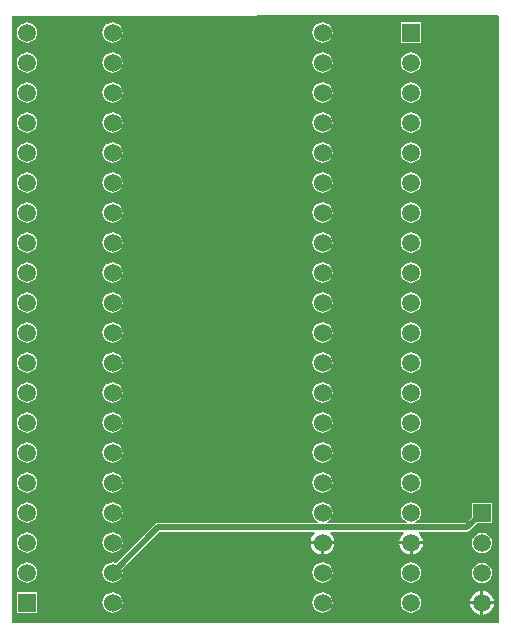
<source format=gbl>
G04*
G04 #@! TF.GenerationSoftware,Altium Limited,Altium Designer,19.1.5 (86)*
G04*
G04 Layer_Physical_Order=2*
G04 Layer_Color=16711680*
%FSLAX25Y25*%
%MOIN*%
G70*
G01*
G75*
%ADD15C,0.02000*%
%ADD17C,0.05906*%
%ADD18R,0.05906X0.05906*%
%ADD19C,0.06000*%
G36*
X353937Y211457D02*
Y9055D01*
X191732D01*
Y211417D01*
X353583Y211810D01*
X353937Y211457D01*
D02*
G37*
%LPC*%
G36*
X328058Y209160D02*
X321352D01*
Y202454D01*
X328058D01*
Y209160D01*
D02*
G37*
G36*
X196752Y209189D02*
X195877Y209073D01*
X195061Y208736D01*
X194361Y208198D01*
X193823Y207498D01*
X193485Y206682D01*
X193370Y205807D01*
X193485Y204932D01*
X193823Y204116D01*
X194361Y203416D01*
X195061Y202878D01*
X195877Y202541D01*
X196752Y202425D01*
X197627Y202541D01*
X198443Y202878D01*
X199143Y203416D01*
X199681Y204116D01*
X200018Y204932D01*
X200134Y205807D01*
X200018Y206682D01*
X199681Y207498D01*
X199143Y208198D01*
X198443Y208736D01*
X197627Y209073D01*
X196752Y209189D01*
D02*
G37*
G36*
X295177Y209236D02*
X294290Y209120D01*
X293462Y208777D01*
X292752Y208232D01*
X292207Y207522D01*
X291865Y206695D01*
X291748Y205807D01*
X291865Y204920D01*
X292207Y204092D01*
X292752Y203382D01*
X293462Y202837D01*
X294290Y202495D01*
X295177Y202378D01*
X296065Y202495D01*
X296892Y202837D01*
X297602Y203382D01*
X298147Y204092D01*
X298490Y204920D01*
X298606Y205807D01*
X298490Y206695D01*
X298147Y207522D01*
X297602Y208232D01*
X296892Y208777D01*
X296065Y209120D01*
X295177Y209236D01*
D02*
G37*
G36*
X225177D02*
X224290Y209120D01*
X223463Y208777D01*
X222752Y208232D01*
X222207Y207522D01*
X221865Y206695D01*
X221748Y205807D01*
X221865Y204920D01*
X222207Y204092D01*
X222752Y203382D01*
X223463Y202837D01*
X224290Y202495D01*
X225177Y202378D01*
X226065Y202495D01*
X226892Y202837D01*
X227602Y203382D01*
X228147Y204092D01*
X228490Y204920D01*
X228607Y205807D01*
X228490Y206695D01*
X228147Y207522D01*
X227602Y208232D01*
X226892Y208777D01*
X226065Y209120D01*
X225177Y209236D01*
D02*
G37*
G36*
X324705Y199189D02*
X323830Y199074D01*
X323014Y198736D01*
X322313Y198198D01*
X321776Y197498D01*
X321438Y196682D01*
X321323Y195807D01*
X321438Y194932D01*
X321776Y194116D01*
X322313Y193416D01*
X323014Y192878D01*
X323830Y192541D01*
X324705Y192425D01*
X325580Y192541D01*
X326396Y192878D01*
X327096Y193416D01*
X327633Y194116D01*
X327971Y194932D01*
X328086Y195807D01*
X327971Y196682D01*
X327633Y197498D01*
X327096Y198198D01*
X326396Y198736D01*
X325580Y199074D01*
X324705Y199189D01*
D02*
G37*
G36*
X196752D02*
X195877Y199074D01*
X195061Y198736D01*
X194361Y198198D01*
X193823Y197498D01*
X193485Y196682D01*
X193370Y195807D01*
X193485Y194932D01*
X193823Y194116D01*
X194361Y193416D01*
X195061Y192878D01*
X195877Y192541D01*
X196752Y192425D01*
X197627Y192541D01*
X198443Y192878D01*
X199143Y193416D01*
X199681Y194116D01*
X200018Y194932D01*
X200134Y195807D01*
X200018Y196682D01*
X199681Y197498D01*
X199143Y198198D01*
X198443Y198736D01*
X197627Y199074D01*
X196752Y199189D01*
D02*
G37*
G36*
X295177Y199236D02*
X294290Y199120D01*
X293462Y198777D01*
X292752Y198232D01*
X292207Y197522D01*
X291865Y196695D01*
X291748Y195807D01*
X291865Y194920D01*
X292207Y194092D01*
X292752Y193382D01*
X293462Y192837D01*
X294290Y192495D01*
X295177Y192378D01*
X296065Y192495D01*
X296892Y192837D01*
X297602Y193382D01*
X298147Y194092D01*
X298490Y194920D01*
X298606Y195807D01*
X298490Y196695D01*
X298147Y197522D01*
X297602Y198232D01*
X296892Y198777D01*
X296065Y199120D01*
X295177Y199236D01*
D02*
G37*
G36*
X225177D02*
X224290Y199120D01*
X223463Y198777D01*
X222752Y198232D01*
X222207Y197522D01*
X221865Y196695D01*
X221748Y195807D01*
X221865Y194920D01*
X222207Y194092D01*
X222752Y193382D01*
X223463Y192837D01*
X224290Y192495D01*
X225177Y192378D01*
X226065Y192495D01*
X226892Y192837D01*
X227602Y193382D01*
X228147Y194092D01*
X228490Y194920D01*
X228607Y195807D01*
X228490Y196695D01*
X228147Y197522D01*
X227602Y198232D01*
X226892Y198777D01*
X226065Y199120D01*
X225177Y199236D01*
D02*
G37*
G36*
X324705Y189189D02*
X323830Y189074D01*
X323014Y188736D01*
X322313Y188198D01*
X321776Y187498D01*
X321438Y186682D01*
X321323Y185807D01*
X321438Y184932D01*
X321776Y184116D01*
X322313Y183416D01*
X323014Y182878D01*
X323830Y182541D01*
X324705Y182425D01*
X325580Y182541D01*
X326396Y182878D01*
X327096Y183416D01*
X327633Y184116D01*
X327971Y184932D01*
X328086Y185807D01*
X327971Y186682D01*
X327633Y187498D01*
X327096Y188198D01*
X326396Y188736D01*
X325580Y189074D01*
X324705Y189189D01*
D02*
G37*
G36*
X196752D02*
X195877Y189074D01*
X195061Y188736D01*
X194361Y188198D01*
X193823Y187498D01*
X193485Y186682D01*
X193370Y185807D01*
X193485Y184932D01*
X193823Y184116D01*
X194361Y183416D01*
X195061Y182878D01*
X195877Y182541D01*
X196752Y182425D01*
X197627Y182541D01*
X198443Y182878D01*
X199143Y183416D01*
X199681Y184116D01*
X200018Y184932D01*
X200134Y185807D01*
X200018Y186682D01*
X199681Y187498D01*
X199143Y188198D01*
X198443Y188736D01*
X197627Y189074D01*
X196752Y189189D01*
D02*
G37*
G36*
X295177Y189236D02*
X294290Y189120D01*
X293462Y188777D01*
X292752Y188232D01*
X292207Y187522D01*
X291865Y186695D01*
X291748Y185807D01*
X291865Y184920D01*
X292207Y184092D01*
X292752Y183382D01*
X293462Y182837D01*
X294290Y182495D01*
X295177Y182378D01*
X296065Y182495D01*
X296892Y182837D01*
X297602Y183382D01*
X298147Y184092D01*
X298490Y184920D01*
X298606Y185807D01*
X298490Y186695D01*
X298147Y187522D01*
X297602Y188232D01*
X296892Y188777D01*
X296065Y189120D01*
X295177Y189236D01*
D02*
G37*
G36*
X225177D02*
X224290Y189120D01*
X223463Y188777D01*
X222752Y188232D01*
X222207Y187522D01*
X221865Y186695D01*
X221748Y185807D01*
X221865Y184920D01*
X222207Y184092D01*
X222752Y183382D01*
X223463Y182837D01*
X224290Y182495D01*
X225177Y182378D01*
X226065Y182495D01*
X226892Y182837D01*
X227602Y183382D01*
X228147Y184092D01*
X228490Y184920D01*
X228607Y185807D01*
X228490Y186695D01*
X228147Y187522D01*
X227602Y188232D01*
X226892Y188777D01*
X226065Y189120D01*
X225177Y189236D01*
D02*
G37*
G36*
X324705Y179189D02*
X323830Y179074D01*
X323014Y178736D01*
X322313Y178198D01*
X321776Y177498D01*
X321438Y176682D01*
X321323Y175807D01*
X321438Y174932D01*
X321776Y174116D01*
X322313Y173416D01*
X323014Y172879D01*
X323830Y172541D01*
X324705Y172425D01*
X325580Y172541D01*
X326396Y172879D01*
X327096Y173416D01*
X327633Y174116D01*
X327971Y174932D01*
X328086Y175807D01*
X327971Y176682D01*
X327633Y177498D01*
X327096Y178198D01*
X326396Y178736D01*
X325580Y179074D01*
X324705Y179189D01*
D02*
G37*
G36*
X196752D02*
X195877Y179074D01*
X195061Y178736D01*
X194361Y178198D01*
X193823Y177498D01*
X193485Y176682D01*
X193370Y175807D01*
X193485Y174932D01*
X193823Y174116D01*
X194361Y173416D01*
X195061Y172879D01*
X195877Y172541D01*
X196752Y172425D01*
X197627Y172541D01*
X198443Y172879D01*
X199143Y173416D01*
X199681Y174116D01*
X200018Y174932D01*
X200134Y175807D01*
X200018Y176682D01*
X199681Y177498D01*
X199143Y178198D01*
X198443Y178736D01*
X197627Y179074D01*
X196752Y179189D01*
D02*
G37*
G36*
X295177Y179236D02*
X294290Y179120D01*
X293462Y178777D01*
X292752Y178232D01*
X292207Y177522D01*
X291865Y176695D01*
X291748Y175807D01*
X291865Y174919D01*
X292207Y174092D01*
X292752Y173382D01*
X293462Y172837D01*
X294290Y172495D01*
X295177Y172378D01*
X296065Y172495D01*
X296892Y172837D01*
X297602Y173382D01*
X298147Y174092D01*
X298490Y174919D01*
X298606Y175807D01*
X298490Y176695D01*
X298147Y177522D01*
X297602Y178232D01*
X296892Y178777D01*
X296065Y179120D01*
X295177Y179236D01*
D02*
G37*
G36*
X225177D02*
X224290Y179120D01*
X223463Y178777D01*
X222752Y178232D01*
X222207Y177522D01*
X221865Y176695D01*
X221748Y175807D01*
X221865Y174919D01*
X222207Y174092D01*
X222752Y173382D01*
X223463Y172837D01*
X224290Y172495D01*
X225177Y172378D01*
X226065Y172495D01*
X226892Y172837D01*
X227602Y173382D01*
X228147Y174092D01*
X228490Y174919D01*
X228607Y175807D01*
X228490Y176695D01*
X228147Y177522D01*
X227602Y178232D01*
X226892Y178777D01*
X226065Y179120D01*
X225177Y179236D01*
D02*
G37*
G36*
X324705Y169189D02*
X323830Y169073D01*
X323014Y168736D01*
X322313Y168198D01*
X321776Y167498D01*
X321438Y166682D01*
X321323Y165807D01*
X321438Y164932D01*
X321776Y164116D01*
X322313Y163416D01*
X323014Y162879D01*
X323830Y162541D01*
X324705Y162425D01*
X325580Y162541D01*
X326396Y162879D01*
X327096Y163416D01*
X327633Y164116D01*
X327971Y164932D01*
X328086Y165807D01*
X327971Y166682D01*
X327633Y167498D01*
X327096Y168198D01*
X326396Y168736D01*
X325580Y169073D01*
X324705Y169189D01*
D02*
G37*
G36*
X196752D02*
X195877Y169073D01*
X195061Y168736D01*
X194361Y168198D01*
X193823Y167498D01*
X193485Y166682D01*
X193370Y165807D01*
X193485Y164932D01*
X193823Y164116D01*
X194361Y163416D01*
X195061Y162879D01*
X195877Y162541D01*
X196752Y162425D01*
X197627Y162541D01*
X198443Y162879D01*
X199143Y163416D01*
X199681Y164116D01*
X200018Y164932D01*
X200134Y165807D01*
X200018Y166682D01*
X199681Y167498D01*
X199143Y168198D01*
X198443Y168736D01*
X197627Y169073D01*
X196752Y169189D01*
D02*
G37*
G36*
X295177Y169236D02*
X294290Y169120D01*
X293462Y168777D01*
X292752Y168232D01*
X292207Y167522D01*
X291865Y166695D01*
X291748Y165807D01*
X291865Y164919D01*
X292207Y164092D01*
X292752Y163382D01*
X293462Y162837D01*
X294290Y162495D01*
X295177Y162378D01*
X296065Y162495D01*
X296892Y162837D01*
X297602Y163382D01*
X298147Y164092D01*
X298490Y164919D01*
X298606Y165807D01*
X298490Y166695D01*
X298147Y167522D01*
X297602Y168232D01*
X296892Y168777D01*
X296065Y169120D01*
X295177Y169236D01*
D02*
G37*
G36*
X225177D02*
X224290Y169120D01*
X223463Y168777D01*
X222752Y168232D01*
X222207Y167522D01*
X221865Y166695D01*
X221748Y165807D01*
X221865Y164919D01*
X222207Y164092D01*
X222752Y163382D01*
X223463Y162837D01*
X224290Y162495D01*
X225177Y162378D01*
X226065Y162495D01*
X226892Y162837D01*
X227602Y163382D01*
X228147Y164092D01*
X228490Y164919D01*
X228607Y165807D01*
X228490Y166695D01*
X228147Y167522D01*
X227602Y168232D01*
X226892Y168777D01*
X226065Y169120D01*
X225177Y169236D01*
D02*
G37*
G36*
X324705Y159189D02*
X323830Y159073D01*
X323014Y158736D01*
X322313Y158198D01*
X321776Y157498D01*
X321438Y156682D01*
X321323Y155807D01*
X321438Y154932D01*
X321776Y154116D01*
X322313Y153416D01*
X323014Y152878D01*
X323830Y152541D01*
X324705Y152425D01*
X325580Y152541D01*
X326396Y152878D01*
X327096Y153416D01*
X327633Y154116D01*
X327971Y154932D01*
X328086Y155807D01*
X327971Y156682D01*
X327633Y157498D01*
X327096Y158198D01*
X326396Y158736D01*
X325580Y159073D01*
X324705Y159189D01*
D02*
G37*
G36*
X196752D02*
X195877Y159073D01*
X195061Y158736D01*
X194361Y158198D01*
X193823Y157498D01*
X193485Y156682D01*
X193370Y155807D01*
X193485Y154932D01*
X193823Y154116D01*
X194361Y153416D01*
X195061Y152878D01*
X195877Y152541D01*
X196752Y152425D01*
X197627Y152541D01*
X198443Y152878D01*
X199143Y153416D01*
X199681Y154116D01*
X200018Y154932D01*
X200134Y155807D01*
X200018Y156682D01*
X199681Y157498D01*
X199143Y158198D01*
X198443Y158736D01*
X197627Y159073D01*
X196752Y159189D01*
D02*
G37*
G36*
X295177Y159236D02*
X294290Y159120D01*
X293462Y158777D01*
X292752Y158232D01*
X292207Y157522D01*
X291865Y156695D01*
X291748Y155807D01*
X291865Y154920D01*
X292207Y154092D01*
X292752Y153382D01*
X293462Y152837D01*
X294290Y152495D01*
X295177Y152378D01*
X296065Y152495D01*
X296892Y152837D01*
X297602Y153382D01*
X298147Y154092D01*
X298490Y154920D01*
X298606Y155807D01*
X298490Y156695D01*
X298147Y157522D01*
X297602Y158232D01*
X296892Y158777D01*
X296065Y159120D01*
X295177Y159236D01*
D02*
G37*
G36*
X225177D02*
X224290Y159120D01*
X223463Y158777D01*
X222752Y158232D01*
X222207Y157522D01*
X221865Y156695D01*
X221748Y155807D01*
X221865Y154920D01*
X222207Y154092D01*
X222752Y153382D01*
X223463Y152837D01*
X224290Y152495D01*
X225177Y152378D01*
X226065Y152495D01*
X226892Y152837D01*
X227602Y153382D01*
X228147Y154092D01*
X228490Y154920D01*
X228607Y155807D01*
X228490Y156695D01*
X228147Y157522D01*
X227602Y158232D01*
X226892Y158777D01*
X226065Y159120D01*
X225177Y159236D01*
D02*
G37*
G36*
X324705Y149189D02*
X323830Y149074D01*
X323014Y148736D01*
X322313Y148198D01*
X321776Y147498D01*
X321438Y146682D01*
X321323Y145807D01*
X321438Y144932D01*
X321776Y144116D01*
X322313Y143416D01*
X323014Y142878D01*
X323830Y142541D01*
X324705Y142425D01*
X325580Y142541D01*
X326396Y142878D01*
X327096Y143416D01*
X327633Y144116D01*
X327971Y144932D01*
X328086Y145807D01*
X327971Y146682D01*
X327633Y147498D01*
X327096Y148198D01*
X326396Y148736D01*
X325580Y149074D01*
X324705Y149189D01*
D02*
G37*
G36*
X196752D02*
X195877Y149074D01*
X195061Y148736D01*
X194361Y148198D01*
X193823Y147498D01*
X193485Y146682D01*
X193370Y145807D01*
X193485Y144932D01*
X193823Y144116D01*
X194361Y143416D01*
X195061Y142878D01*
X195877Y142541D01*
X196752Y142425D01*
X197627Y142541D01*
X198443Y142878D01*
X199143Y143416D01*
X199681Y144116D01*
X200018Y144932D01*
X200134Y145807D01*
X200018Y146682D01*
X199681Y147498D01*
X199143Y148198D01*
X198443Y148736D01*
X197627Y149074D01*
X196752Y149189D01*
D02*
G37*
G36*
X295177Y149236D02*
X294290Y149120D01*
X293462Y148777D01*
X292752Y148232D01*
X292207Y147522D01*
X291865Y146695D01*
X291748Y145807D01*
X291865Y144920D01*
X292207Y144092D01*
X292752Y143382D01*
X293462Y142837D01*
X294290Y142495D01*
X295177Y142378D01*
X296065Y142495D01*
X296892Y142837D01*
X297602Y143382D01*
X298147Y144092D01*
X298490Y144920D01*
X298606Y145807D01*
X298490Y146695D01*
X298147Y147522D01*
X297602Y148232D01*
X296892Y148777D01*
X296065Y149120D01*
X295177Y149236D01*
D02*
G37*
G36*
X225177D02*
X224290Y149120D01*
X223463Y148777D01*
X222752Y148232D01*
X222207Y147522D01*
X221865Y146695D01*
X221748Y145807D01*
X221865Y144920D01*
X222207Y144092D01*
X222752Y143382D01*
X223463Y142837D01*
X224290Y142495D01*
X225177Y142378D01*
X226065Y142495D01*
X226892Y142837D01*
X227602Y143382D01*
X228147Y144092D01*
X228490Y144920D01*
X228607Y145807D01*
X228490Y146695D01*
X228147Y147522D01*
X227602Y148232D01*
X226892Y148777D01*
X226065Y149120D01*
X225177Y149236D01*
D02*
G37*
G36*
X324705Y139189D02*
X323830Y139074D01*
X323014Y138736D01*
X322313Y138198D01*
X321776Y137498D01*
X321438Y136682D01*
X321323Y135807D01*
X321438Y134932D01*
X321776Y134116D01*
X322313Y133416D01*
X323014Y132878D01*
X323830Y132541D01*
X324705Y132425D01*
X325580Y132541D01*
X326396Y132878D01*
X327096Y133416D01*
X327633Y134116D01*
X327971Y134932D01*
X328086Y135807D01*
X327971Y136682D01*
X327633Y137498D01*
X327096Y138198D01*
X326396Y138736D01*
X325580Y139074D01*
X324705Y139189D01*
D02*
G37*
G36*
X196752D02*
X195877Y139074D01*
X195061Y138736D01*
X194361Y138198D01*
X193823Y137498D01*
X193485Y136682D01*
X193370Y135807D01*
X193485Y134932D01*
X193823Y134116D01*
X194361Y133416D01*
X195061Y132878D01*
X195877Y132541D01*
X196752Y132425D01*
X197627Y132541D01*
X198443Y132878D01*
X199143Y133416D01*
X199681Y134116D01*
X200018Y134932D01*
X200134Y135807D01*
X200018Y136682D01*
X199681Y137498D01*
X199143Y138198D01*
X198443Y138736D01*
X197627Y139074D01*
X196752Y139189D01*
D02*
G37*
G36*
X295177Y139236D02*
X294290Y139120D01*
X293462Y138777D01*
X292752Y138232D01*
X292207Y137522D01*
X291865Y136695D01*
X291748Y135807D01*
X291865Y134920D01*
X292207Y134092D01*
X292752Y133382D01*
X293462Y132837D01*
X294290Y132495D01*
X295177Y132378D01*
X296065Y132495D01*
X296892Y132837D01*
X297602Y133382D01*
X298147Y134092D01*
X298490Y134920D01*
X298606Y135807D01*
X298490Y136695D01*
X298147Y137522D01*
X297602Y138232D01*
X296892Y138777D01*
X296065Y139120D01*
X295177Y139236D01*
D02*
G37*
G36*
X225177D02*
X224290Y139120D01*
X223463Y138777D01*
X222752Y138232D01*
X222207Y137522D01*
X221865Y136695D01*
X221748Y135807D01*
X221865Y134920D01*
X222207Y134092D01*
X222752Y133382D01*
X223463Y132837D01*
X224290Y132495D01*
X225177Y132378D01*
X226065Y132495D01*
X226892Y132837D01*
X227602Y133382D01*
X228147Y134092D01*
X228490Y134920D01*
X228607Y135807D01*
X228490Y136695D01*
X228147Y137522D01*
X227602Y138232D01*
X226892Y138777D01*
X226065Y139120D01*
X225177Y139236D01*
D02*
G37*
G36*
X324705Y129189D02*
X323830Y129074D01*
X323014Y128736D01*
X322313Y128198D01*
X321776Y127498D01*
X321438Y126682D01*
X321323Y125807D01*
X321438Y124932D01*
X321776Y124116D01*
X322313Y123416D01*
X323014Y122879D01*
X323830Y122541D01*
X324705Y122425D01*
X325580Y122541D01*
X326396Y122879D01*
X327096Y123416D01*
X327633Y124116D01*
X327971Y124932D01*
X328086Y125807D01*
X327971Y126682D01*
X327633Y127498D01*
X327096Y128198D01*
X326396Y128736D01*
X325580Y129074D01*
X324705Y129189D01*
D02*
G37*
G36*
X196752D02*
X195877Y129074D01*
X195061Y128736D01*
X194361Y128198D01*
X193823Y127498D01*
X193485Y126682D01*
X193370Y125807D01*
X193485Y124932D01*
X193823Y124116D01*
X194361Y123416D01*
X195061Y122879D01*
X195877Y122541D01*
X196752Y122425D01*
X197627Y122541D01*
X198443Y122879D01*
X199143Y123416D01*
X199681Y124116D01*
X200018Y124932D01*
X200134Y125807D01*
X200018Y126682D01*
X199681Y127498D01*
X199143Y128198D01*
X198443Y128736D01*
X197627Y129074D01*
X196752Y129189D01*
D02*
G37*
G36*
X295177Y129236D02*
X294290Y129120D01*
X293462Y128777D01*
X292752Y128232D01*
X292207Y127522D01*
X291865Y126695D01*
X291748Y125807D01*
X291865Y124919D01*
X292207Y124092D01*
X292752Y123382D01*
X293462Y122837D01*
X294290Y122495D01*
X295177Y122378D01*
X296065Y122495D01*
X296892Y122837D01*
X297602Y123382D01*
X298147Y124092D01*
X298490Y124919D01*
X298606Y125807D01*
X298490Y126695D01*
X298147Y127522D01*
X297602Y128232D01*
X296892Y128777D01*
X296065Y129120D01*
X295177Y129236D01*
D02*
G37*
G36*
X225177D02*
X224290Y129120D01*
X223463Y128777D01*
X222752Y128232D01*
X222207Y127522D01*
X221865Y126695D01*
X221748Y125807D01*
X221865Y124919D01*
X222207Y124092D01*
X222752Y123382D01*
X223463Y122837D01*
X224290Y122495D01*
X225177Y122378D01*
X226065Y122495D01*
X226892Y122837D01*
X227602Y123382D01*
X228147Y124092D01*
X228490Y124919D01*
X228607Y125807D01*
X228490Y126695D01*
X228147Y127522D01*
X227602Y128232D01*
X226892Y128777D01*
X226065Y129120D01*
X225177Y129236D01*
D02*
G37*
G36*
X324705Y119189D02*
X323830Y119073D01*
X323014Y118736D01*
X322313Y118198D01*
X321776Y117498D01*
X321438Y116682D01*
X321323Y115807D01*
X321438Y114932D01*
X321776Y114116D01*
X322313Y113416D01*
X323014Y112879D01*
X323830Y112541D01*
X324705Y112425D01*
X325580Y112541D01*
X326396Y112879D01*
X327096Y113416D01*
X327633Y114116D01*
X327971Y114932D01*
X328086Y115807D01*
X327971Y116682D01*
X327633Y117498D01*
X327096Y118198D01*
X326396Y118736D01*
X325580Y119073D01*
X324705Y119189D01*
D02*
G37*
G36*
X196752D02*
X195877Y119073D01*
X195061Y118736D01*
X194361Y118198D01*
X193823Y117498D01*
X193485Y116682D01*
X193370Y115807D01*
X193485Y114932D01*
X193823Y114116D01*
X194361Y113416D01*
X195061Y112879D01*
X195877Y112541D01*
X196752Y112425D01*
X197627Y112541D01*
X198443Y112879D01*
X199143Y113416D01*
X199681Y114116D01*
X200018Y114932D01*
X200134Y115807D01*
X200018Y116682D01*
X199681Y117498D01*
X199143Y118198D01*
X198443Y118736D01*
X197627Y119073D01*
X196752Y119189D01*
D02*
G37*
G36*
X295177Y119236D02*
X294290Y119120D01*
X293462Y118777D01*
X292752Y118232D01*
X292207Y117522D01*
X291865Y116695D01*
X291748Y115807D01*
X291865Y114919D01*
X292207Y114092D01*
X292752Y113382D01*
X293462Y112837D01*
X294290Y112495D01*
X295177Y112378D01*
X296065Y112495D01*
X296892Y112837D01*
X297602Y113382D01*
X298147Y114092D01*
X298490Y114919D01*
X298606Y115807D01*
X298490Y116695D01*
X298147Y117522D01*
X297602Y118232D01*
X296892Y118777D01*
X296065Y119120D01*
X295177Y119236D01*
D02*
G37*
G36*
X225177D02*
X224290Y119120D01*
X223463Y118777D01*
X222752Y118232D01*
X222207Y117522D01*
X221865Y116695D01*
X221748Y115807D01*
X221865Y114919D01*
X222207Y114092D01*
X222752Y113382D01*
X223463Y112837D01*
X224290Y112495D01*
X225177Y112378D01*
X226065Y112495D01*
X226892Y112837D01*
X227602Y113382D01*
X228147Y114092D01*
X228490Y114919D01*
X228607Y115807D01*
X228490Y116695D01*
X228147Y117522D01*
X227602Y118232D01*
X226892Y118777D01*
X226065Y119120D01*
X225177Y119236D01*
D02*
G37*
G36*
X324705Y109189D02*
X323830Y109073D01*
X323014Y108736D01*
X322313Y108198D01*
X321776Y107498D01*
X321438Y106682D01*
X321323Y105807D01*
X321438Y104932D01*
X321776Y104116D01*
X322313Y103416D01*
X323014Y102878D01*
X323830Y102541D01*
X324705Y102425D01*
X325580Y102541D01*
X326396Y102878D01*
X327096Y103416D01*
X327633Y104116D01*
X327971Y104932D01*
X328086Y105807D01*
X327971Y106682D01*
X327633Y107498D01*
X327096Y108198D01*
X326396Y108736D01*
X325580Y109073D01*
X324705Y109189D01*
D02*
G37*
G36*
X196752D02*
X195877Y109073D01*
X195061Y108736D01*
X194361Y108198D01*
X193823Y107498D01*
X193485Y106682D01*
X193370Y105807D01*
X193485Y104932D01*
X193823Y104116D01*
X194361Y103416D01*
X195061Y102878D01*
X195877Y102541D01*
X196752Y102425D01*
X197627Y102541D01*
X198443Y102878D01*
X199143Y103416D01*
X199681Y104116D01*
X200018Y104932D01*
X200134Y105807D01*
X200018Y106682D01*
X199681Y107498D01*
X199143Y108198D01*
X198443Y108736D01*
X197627Y109073D01*
X196752Y109189D01*
D02*
G37*
G36*
X295177Y109236D02*
X294290Y109120D01*
X293462Y108777D01*
X292752Y108232D01*
X292207Y107522D01*
X291865Y106695D01*
X291748Y105807D01*
X291865Y104920D01*
X292207Y104092D01*
X292752Y103382D01*
X293462Y102837D01*
X294290Y102495D01*
X295177Y102378D01*
X296065Y102495D01*
X296892Y102837D01*
X297602Y103382D01*
X298147Y104092D01*
X298490Y104920D01*
X298606Y105807D01*
X298490Y106695D01*
X298147Y107522D01*
X297602Y108232D01*
X296892Y108777D01*
X296065Y109120D01*
X295177Y109236D01*
D02*
G37*
G36*
X225177D02*
X224290Y109120D01*
X223463Y108777D01*
X222752Y108232D01*
X222207Y107522D01*
X221865Y106695D01*
X221748Y105807D01*
X221865Y104920D01*
X222207Y104092D01*
X222752Y103382D01*
X223463Y102837D01*
X224290Y102495D01*
X225177Y102378D01*
X226065Y102495D01*
X226892Y102837D01*
X227602Y103382D01*
X228147Y104092D01*
X228490Y104920D01*
X228607Y105807D01*
X228490Y106695D01*
X228147Y107522D01*
X227602Y108232D01*
X226892Y108777D01*
X226065Y109120D01*
X225177Y109236D01*
D02*
G37*
G36*
X324705Y99189D02*
X323830Y99073D01*
X323014Y98736D01*
X322313Y98198D01*
X321776Y97498D01*
X321438Y96682D01*
X321323Y95807D01*
X321438Y94932D01*
X321776Y94116D01*
X322313Y93416D01*
X323014Y92879D01*
X323830Y92541D01*
X324705Y92425D01*
X325580Y92541D01*
X326396Y92879D01*
X327096Y93416D01*
X327633Y94116D01*
X327971Y94932D01*
X328086Y95807D01*
X327971Y96682D01*
X327633Y97498D01*
X327096Y98198D01*
X326396Y98736D01*
X325580Y99073D01*
X324705Y99189D01*
D02*
G37*
G36*
X196752D02*
X195877Y99073D01*
X195061Y98736D01*
X194361Y98198D01*
X193823Y97498D01*
X193485Y96682D01*
X193370Y95807D01*
X193485Y94932D01*
X193823Y94116D01*
X194361Y93416D01*
X195061Y92879D01*
X195877Y92541D01*
X196752Y92425D01*
X197627Y92541D01*
X198443Y92879D01*
X199143Y93416D01*
X199681Y94116D01*
X200018Y94932D01*
X200134Y95807D01*
X200018Y96682D01*
X199681Y97498D01*
X199143Y98198D01*
X198443Y98736D01*
X197627Y99073D01*
X196752Y99189D01*
D02*
G37*
G36*
X295177Y99236D02*
X294290Y99120D01*
X293462Y98777D01*
X292752Y98232D01*
X292207Y97522D01*
X291865Y96695D01*
X291748Y95807D01*
X291865Y94920D01*
X292207Y94092D01*
X292752Y93382D01*
X293462Y92837D01*
X294290Y92495D01*
X295177Y92378D01*
X296065Y92495D01*
X296892Y92837D01*
X297602Y93382D01*
X298147Y94092D01*
X298490Y94920D01*
X298606Y95807D01*
X298490Y96695D01*
X298147Y97522D01*
X297602Y98232D01*
X296892Y98777D01*
X296065Y99120D01*
X295177Y99236D01*
D02*
G37*
G36*
X225177D02*
X224290Y99120D01*
X223463Y98777D01*
X222752Y98232D01*
X222207Y97522D01*
X221865Y96695D01*
X221748Y95807D01*
X221865Y94920D01*
X222207Y94092D01*
X222752Y93382D01*
X223463Y92837D01*
X224290Y92495D01*
X225177Y92378D01*
X226065Y92495D01*
X226892Y92837D01*
X227602Y93382D01*
X228147Y94092D01*
X228490Y94920D01*
X228607Y95807D01*
X228490Y96695D01*
X228147Y97522D01*
X227602Y98232D01*
X226892Y98777D01*
X226065Y99120D01*
X225177Y99236D01*
D02*
G37*
G36*
X324705Y89189D02*
X323830Y89073D01*
X323014Y88736D01*
X322313Y88198D01*
X321776Y87498D01*
X321438Y86682D01*
X321323Y85807D01*
X321438Y84932D01*
X321776Y84116D01*
X322313Y83416D01*
X323014Y82879D01*
X323830Y82541D01*
X324705Y82425D01*
X325580Y82541D01*
X326396Y82879D01*
X327096Y83416D01*
X327633Y84116D01*
X327971Y84932D01*
X328086Y85807D01*
X327971Y86682D01*
X327633Y87498D01*
X327096Y88198D01*
X326396Y88736D01*
X325580Y89073D01*
X324705Y89189D01*
D02*
G37*
G36*
X196752D02*
X195877Y89073D01*
X195061Y88736D01*
X194361Y88198D01*
X193823Y87498D01*
X193485Y86682D01*
X193370Y85807D01*
X193485Y84932D01*
X193823Y84116D01*
X194361Y83416D01*
X195061Y82879D01*
X195877Y82541D01*
X196752Y82425D01*
X197627Y82541D01*
X198443Y82879D01*
X199143Y83416D01*
X199681Y84116D01*
X200018Y84932D01*
X200134Y85807D01*
X200018Y86682D01*
X199681Y87498D01*
X199143Y88198D01*
X198443Y88736D01*
X197627Y89073D01*
X196752Y89189D01*
D02*
G37*
G36*
X295177Y89236D02*
X294290Y89120D01*
X293462Y88777D01*
X292752Y88232D01*
X292207Y87522D01*
X291865Y86695D01*
X291748Y85807D01*
X291865Y84920D01*
X292207Y84092D01*
X292752Y83382D01*
X293462Y82837D01*
X294290Y82495D01*
X295177Y82378D01*
X296065Y82495D01*
X296892Y82837D01*
X297602Y83382D01*
X298147Y84092D01*
X298490Y84920D01*
X298606Y85807D01*
X298490Y86695D01*
X298147Y87522D01*
X297602Y88232D01*
X296892Y88777D01*
X296065Y89120D01*
X295177Y89236D01*
D02*
G37*
G36*
X225177D02*
X224290Y89120D01*
X223463Y88777D01*
X222752Y88232D01*
X222207Y87522D01*
X221865Y86695D01*
X221748Y85807D01*
X221865Y84920D01*
X222207Y84092D01*
X222752Y83382D01*
X223463Y82837D01*
X224290Y82495D01*
X225177Y82378D01*
X226065Y82495D01*
X226892Y82837D01*
X227602Y83382D01*
X228147Y84092D01*
X228490Y84920D01*
X228607Y85807D01*
X228490Y86695D01*
X228147Y87522D01*
X227602Y88232D01*
X226892Y88777D01*
X226065Y89120D01*
X225177Y89236D01*
D02*
G37*
G36*
X324705Y79189D02*
X323830Y79074D01*
X323014Y78736D01*
X322313Y78198D01*
X321776Y77498D01*
X321438Y76682D01*
X321323Y75807D01*
X321438Y74932D01*
X321776Y74116D01*
X322313Y73416D01*
X323014Y72878D01*
X323830Y72541D01*
X324705Y72425D01*
X325580Y72541D01*
X326396Y72878D01*
X327096Y73416D01*
X327633Y74116D01*
X327971Y74932D01*
X328086Y75807D01*
X327971Y76682D01*
X327633Y77498D01*
X327096Y78198D01*
X326396Y78736D01*
X325580Y79074D01*
X324705Y79189D01*
D02*
G37*
G36*
X196752D02*
X195877Y79074D01*
X195061Y78736D01*
X194361Y78198D01*
X193823Y77498D01*
X193485Y76682D01*
X193370Y75807D01*
X193485Y74932D01*
X193823Y74116D01*
X194361Y73416D01*
X195061Y72878D01*
X195877Y72541D01*
X196752Y72425D01*
X197627Y72541D01*
X198443Y72878D01*
X199143Y73416D01*
X199681Y74116D01*
X200018Y74932D01*
X200134Y75807D01*
X200018Y76682D01*
X199681Y77498D01*
X199143Y78198D01*
X198443Y78736D01*
X197627Y79074D01*
X196752Y79189D01*
D02*
G37*
G36*
X295177Y79236D02*
X294290Y79120D01*
X293462Y78777D01*
X292752Y78232D01*
X292207Y77522D01*
X291865Y76695D01*
X291748Y75807D01*
X291865Y74919D01*
X292207Y74092D01*
X292752Y73382D01*
X293462Y72837D01*
X294290Y72495D01*
X295177Y72378D01*
X296065Y72495D01*
X296892Y72837D01*
X297602Y73382D01*
X298147Y74092D01*
X298490Y74919D01*
X298606Y75807D01*
X298490Y76695D01*
X298147Y77522D01*
X297602Y78232D01*
X296892Y78777D01*
X296065Y79120D01*
X295177Y79236D01*
D02*
G37*
G36*
X225177D02*
X224290Y79120D01*
X223463Y78777D01*
X222752Y78232D01*
X222207Y77522D01*
X221865Y76695D01*
X221748Y75807D01*
X221865Y74919D01*
X222207Y74092D01*
X222752Y73382D01*
X223463Y72837D01*
X224290Y72495D01*
X225177Y72378D01*
X226065Y72495D01*
X226892Y72837D01*
X227602Y73382D01*
X228147Y74092D01*
X228490Y74919D01*
X228607Y75807D01*
X228490Y76695D01*
X228147Y77522D01*
X227602Y78232D01*
X226892Y78777D01*
X226065Y79120D01*
X225177Y79236D01*
D02*
G37*
G36*
X324705Y69189D02*
X323830Y69073D01*
X323014Y68736D01*
X322313Y68198D01*
X321776Y67498D01*
X321438Y66682D01*
X321323Y65807D01*
X321438Y64932D01*
X321776Y64116D01*
X322313Y63416D01*
X323014Y62879D01*
X323830Y62541D01*
X324705Y62425D01*
X325580Y62541D01*
X326396Y62879D01*
X327096Y63416D01*
X327633Y64116D01*
X327971Y64932D01*
X328086Y65807D01*
X327971Y66682D01*
X327633Y67498D01*
X327096Y68198D01*
X326396Y68736D01*
X325580Y69073D01*
X324705Y69189D01*
D02*
G37*
G36*
X196752D02*
X195877Y69073D01*
X195061Y68736D01*
X194361Y68198D01*
X193823Y67498D01*
X193485Y66682D01*
X193370Y65807D01*
X193485Y64932D01*
X193823Y64116D01*
X194361Y63416D01*
X195061Y62879D01*
X195877Y62541D01*
X196752Y62425D01*
X197627Y62541D01*
X198443Y62879D01*
X199143Y63416D01*
X199681Y64116D01*
X200018Y64932D01*
X200134Y65807D01*
X200018Y66682D01*
X199681Y67498D01*
X199143Y68198D01*
X198443Y68736D01*
X197627Y69073D01*
X196752Y69189D01*
D02*
G37*
G36*
X295177Y69236D02*
X294290Y69120D01*
X293462Y68777D01*
X292752Y68232D01*
X292207Y67522D01*
X291865Y66695D01*
X291748Y65807D01*
X291865Y64920D01*
X292207Y64092D01*
X292752Y63382D01*
X293462Y62837D01*
X294290Y62495D01*
X295177Y62378D01*
X296065Y62495D01*
X296892Y62837D01*
X297602Y63382D01*
X298147Y64092D01*
X298490Y64920D01*
X298606Y65807D01*
X298490Y66695D01*
X298147Y67522D01*
X297602Y68232D01*
X296892Y68777D01*
X296065Y69120D01*
X295177Y69236D01*
D02*
G37*
G36*
X225177D02*
X224290Y69120D01*
X223463Y68777D01*
X222752Y68232D01*
X222207Y67522D01*
X221865Y66695D01*
X221748Y65807D01*
X221865Y64920D01*
X222207Y64092D01*
X222752Y63382D01*
X223463Y62837D01*
X224290Y62495D01*
X225177Y62378D01*
X226065Y62495D01*
X226892Y62837D01*
X227602Y63382D01*
X228147Y64092D01*
X228490Y64920D01*
X228607Y65807D01*
X228490Y66695D01*
X228147Y67522D01*
X227602Y68232D01*
X226892Y68777D01*
X226065Y69120D01*
X225177Y69236D01*
D02*
G37*
G36*
X324705Y59189D02*
X323830Y59074D01*
X323014Y58736D01*
X322313Y58198D01*
X321776Y57498D01*
X321438Y56682D01*
X321323Y55807D01*
X321438Y54932D01*
X321776Y54116D01*
X322313Y53416D01*
X323014Y52878D01*
X323830Y52541D01*
X324705Y52425D01*
X325580Y52541D01*
X326396Y52878D01*
X327096Y53416D01*
X327633Y54116D01*
X327971Y54932D01*
X328086Y55807D01*
X327971Y56682D01*
X327633Y57498D01*
X327096Y58198D01*
X326396Y58736D01*
X325580Y59074D01*
X324705Y59189D01*
D02*
G37*
G36*
X196752D02*
X195877Y59074D01*
X195061Y58736D01*
X194361Y58198D01*
X193823Y57498D01*
X193485Y56682D01*
X193370Y55807D01*
X193485Y54932D01*
X193823Y54116D01*
X194361Y53416D01*
X195061Y52878D01*
X195877Y52541D01*
X196752Y52425D01*
X197627Y52541D01*
X198443Y52878D01*
X199143Y53416D01*
X199681Y54116D01*
X200018Y54932D01*
X200134Y55807D01*
X200018Y56682D01*
X199681Y57498D01*
X199143Y58198D01*
X198443Y58736D01*
X197627Y59074D01*
X196752Y59189D01*
D02*
G37*
G36*
X295177Y59236D02*
X294290Y59120D01*
X293462Y58777D01*
X292752Y58232D01*
X292207Y57522D01*
X291865Y56695D01*
X291748Y55807D01*
X291865Y54919D01*
X292207Y54092D01*
X292752Y53382D01*
X293462Y52837D01*
X294290Y52495D01*
X295177Y52378D01*
X296065Y52495D01*
X296892Y52837D01*
X297602Y53382D01*
X298147Y54092D01*
X298490Y54919D01*
X298606Y55807D01*
X298490Y56695D01*
X298147Y57522D01*
X297602Y58232D01*
X296892Y58777D01*
X296065Y59120D01*
X295177Y59236D01*
D02*
G37*
G36*
X225177D02*
X224290Y59120D01*
X223463Y58777D01*
X222752Y58232D01*
X222207Y57522D01*
X221865Y56695D01*
X221748Y55807D01*
X221865Y54919D01*
X222207Y54092D01*
X222752Y53382D01*
X223463Y52837D01*
X224290Y52495D01*
X225177Y52378D01*
X226065Y52495D01*
X226892Y52837D01*
X227602Y53382D01*
X228147Y54092D01*
X228490Y54919D01*
X228607Y55807D01*
X228490Y56695D01*
X228147Y57522D01*
X227602Y58232D01*
X226892Y58777D01*
X226065Y59120D01*
X225177Y59236D01*
D02*
G37*
G36*
X196752Y49189D02*
X195877Y49073D01*
X195061Y48736D01*
X194361Y48198D01*
X193823Y47498D01*
X193485Y46682D01*
X193370Y45807D01*
X193485Y44932D01*
X193823Y44116D01*
X194361Y43416D01*
X195061Y42878D01*
X195877Y42541D01*
X196752Y42425D01*
X197627Y42541D01*
X198443Y42878D01*
X199143Y43416D01*
X199681Y44116D01*
X200018Y44932D01*
X200134Y45807D01*
X200018Y46682D01*
X199681Y47498D01*
X199143Y48198D01*
X198443Y48736D01*
X197627Y49073D01*
X196752Y49189D01*
D02*
G37*
G36*
X225177Y49236D02*
X224290Y49120D01*
X223463Y48777D01*
X222752Y48232D01*
X222207Y47522D01*
X221865Y46695D01*
X221748Y45807D01*
X221865Y44919D01*
X222207Y44092D01*
X222752Y43382D01*
X223463Y42837D01*
X224290Y42495D01*
X225177Y42378D01*
X226065Y42495D01*
X226892Y42837D01*
X227602Y43382D01*
X228147Y44092D01*
X228490Y44919D01*
X228607Y45807D01*
X228490Y46695D01*
X228147Y47522D01*
X227602Y48232D01*
X226892Y48777D01*
X226065Y49120D01*
X225177Y49236D01*
D02*
G37*
G36*
X295177D02*
X294290Y49120D01*
X293462Y48777D01*
X292752Y48232D01*
X292207Y47522D01*
X291865Y46695D01*
X291748Y45807D01*
X291865Y44919D01*
X292207Y44092D01*
X292752Y43382D01*
X293462Y42837D01*
X293615Y42774D01*
X293516Y42274D01*
X240217D01*
X240216Y42274D01*
X239670Y42165D01*
X239207Y41856D01*
X239207Y41856D01*
X226352Y29001D01*
X226065Y29120D01*
X225177Y29236D01*
X224290Y29120D01*
X223463Y28777D01*
X222752Y28232D01*
X222207Y27522D01*
X221865Y26695D01*
X221748Y25807D01*
X221865Y24919D01*
X222207Y24092D01*
X222752Y23382D01*
X223463Y22837D01*
X224290Y22495D01*
X225177Y22378D01*
X226065Y22495D01*
X226892Y22837D01*
X227602Y23382D01*
X228147Y24092D01*
X228490Y24919D01*
X228607Y25807D01*
X228490Y26695D01*
X228371Y26982D01*
X240808Y39419D01*
X292492D01*
X292662Y38919D01*
X292324Y38660D01*
X291683Y37824D01*
X291280Y36851D01*
X291209Y36307D01*
X299146D01*
X299074Y36851D01*
X298671Y37824D01*
X298030Y38660D01*
X297692Y38919D01*
X297862Y39419D01*
X322097D01*
X322267Y38919D01*
X321886Y38626D01*
X321252Y37800D01*
X320854Y36839D01*
X320784Y36307D01*
X324705D01*
X328626D01*
X328556Y36839D01*
X328157Y37800D01*
X327524Y38626D01*
X327142Y38919D01*
X327312Y39419D01*
X343445D01*
X343445Y39419D01*
X343991Y39528D01*
X344454Y39837D01*
X346993Y42376D01*
X351679D01*
Y49081D01*
X344974D01*
Y44394D01*
X342854Y42274D01*
X326242D01*
X326143Y42774D01*
X326396Y42878D01*
X327096Y43416D01*
X327633Y44116D01*
X327971Y44932D01*
X328086Y45807D01*
X327971Y46682D01*
X327633Y47498D01*
X327096Y48198D01*
X326396Y48736D01*
X325580Y49073D01*
X324705Y49189D01*
X323830Y49073D01*
X323014Y48736D01*
X322313Y48198D01*
X321776Y47498D01*
X321438Y46682D01*
X321323Y45807D01*
X321438Y44932D01*
X321776Y44116D01*
X322313Y43416D01*
X323014Y42878D01*
X323266Y42774D01*
X323167Y42274D01*
X296838D01*
X296739Y42774D01*
X296892Y42837D01*
X297602Y43382D01*
X298147Y44092D01*
X298490Y44919D01*
X298606Y45807D01*
X298490Y46695D01*
X298147Y47522D01*
X297602Y48232D01*
X296892Y48777D01*
X296065Y49120D01*
X295177Y49236D01*
D02*
G37*
G36*
X196752Y39189D02*
X195877Y39074D01*
X195061Y38736D01*
X194361Y38198D01*
X193823Y37498D01*
X193485Y36682D01*
X193370Y35807D01*
X193485Y34932D01*
X193823Y34116D01*
X194361Y33416D01*
X195061Y32879D01*
X195877Y32541D01*
X196752Y32425D01*
X197627Y32541D01*
X198443Y32879D01*
X199143Y33416D01*
X199681Y34116D01*
X200018Y34932D01*
X200134Y35807D01*
X200018Y36682D01*
X199681Y37498D01*
X199143Y38198D01*
X198443Y38736D01*
X197627Y39074D01*
X196752Y39189D01*
D02*
G37*
G36*
X225177Y39236D02*
X224290Y39120D01*
X223463Y38777D01*
X222752Y38232D01*
X222207Y37522D01*
X221865Y36695D01*
X221748Y35807D01*
X221865Y34920D01*
X222207Y34092D01*
X222752Y33382D01*
X223463Y32837D01*
X224290Y32495D01*
X225177Y32378D01*
X226065Y32495D01*
X226892Y32837D01*
X227602Y33382D01*
X228147Y34092D01*
X228490Y34920D01*
X228607Y35807D01*
X228490Y36695D01*
X228147Y37522D01*
X227602Y38232D01*
X226892Y38777D01*
X226065Y39120D01*
X225177Y39236D01*
D02*
G37*
G36*
X348327Y39110D02*
X347451Y38995D01*
X346636Y38657D01*
X345936Y38120D01*
X345398Y37419D01*
X345060Y36604D01*
X344945Y35728D01*
X345060Y34853D01*
X345398Y34038D01*
X345936Y33337D01*
X346636Y32800D01*
X347451Y32462D01*
X348327Y32347D01*
X349202Y32462D01*
X350018Y32800D01*
X350718Y33337D01*
X351255Y34038D01*
X351593Y34853D01*
X351708Y35728D01*
X351593Y36604D01*
X351255Y37419D01*
X350718Y38120D01*
X350018Y38657D01*
X349202Y38995D01*
X348327Y39110D01*
D02*
G37*
G36*
X324205Y35307D02*
X320784D01*
X320854Y34775D01*
X321252Y33814D01*
X321886Y32988D01*
X322711Y32354D01*
X323673Y31956D01*
X324205Y31886D01*
Y35307D01*
D02*
G37*
G36*
X328626D02*
X325205D01*
Y31886D01*
X325737Y31956D01*
X326698Y32354D01*
X327524Y32988D01*
X328157Y33814D01*
X328556Y34775D01*
X328626Y35307D01*
D02*
G37*
G36*
X299146Y35307D02*
X295677D01*
Y31838D01*
X296221Y31910D01*
X297194Y32313D01*
X298030Y32954D01*
X298671Y33790D01*
X299074Y34763D01*
X299146Y35307D01*
D02*
G37*
G36*
X294677D02*
X291209D01*
X291280Y34763D01*
X291683Y33790D01*
X292324Y32954D01*
X293160Y32313D01*
X294133Y31910D01*
X294677Y31838D01*
Y35307D01*
D02*
G37*
G36*
X324705Y29189D02*
X323830Y29074D01*
X323014Y28736D01*
X322313Y28198D01*
X321776Y27498D01*
X321438Y26682D01*
X321323Y25807D01*
X321438Y24932D01*
X321776Y24116D01*
X322313Y23416D01*
X323014Y22878D01*
X323830Y22541D01*
X324705Y22425D01*
X325580Y22541D01*
X326396Y22878D01*
X327096Y23416D01*
X327633Y24116D01*
X327971Y24932D01*
X328086Y25807D01*
X327971Y26682D01*
X327633Y27498D01*
X327096Y28198D01*
X326396Y28736D01*
X325580Y29074D01*
X324705Y29189D01*
D02*
G37*
G36*
X196752D02*
X195877Y29074D01*
X195061Y28736D01*
X194361Y28198D01*
X193823Y27498D01*
X193485Y26682D01*
X193370Y25807D01*
X193485Y24932D01*
X193823Y24116D01*
X194361Y23416D01*
X195061Y22878D01*
X195877Y22541D01*
X196752Y22425D01*
X197627Y22541D01*
X198443Y22878D01*
X199143Y23416D01*
X199681Y24116D01*
X200018Y24932D01*
X200134Y25807D01*
X200018Y26682D01*
X199681Y27498D01*
X199143Y28198D01*
X198443Y28736D01*
X197627Y29074D01*
X196752Y29189D01*
D02*
G37*
G36*
X295177Y29236D02*
X294290Y29120D01*
X293462Y28777D01*
X292752Y28232D01*
X292207Y27522D01*
X291865Y26695D01*
X291748Y25807D01*
X291865Y24919D01*
X292207Y24092D01*
X292752Y23382D01*
X293462Y22837D01*
X294290Y22495D01*
X295177Y22378D01*
X296065Y22495D01*
X296892Y22837D01*
X297602Y23382D01*
X298147Y24092D01*
X298490Y24919D01*
X298606Y25807D01*
X298490Y26695D01*
X298147Y27522D01*
X297602Y28232D01*
X296892Y28777D01*
X296065Y29120D01*
X295177Y29236D01*
D02*
G37*
G36*
X348327Y29110D02*
X347451Y28995D01*
X346636Y28657D01*
X345936Y28120D01*
X345398Y27419D01*
X345060Y26604D01*
X344945Y25728D01*
X345060Y24853D01*
X345398Y24037D01*
X345936Y23337D01*
X346636Y22800D01*
X347451Y22462D01*
X348327Y22347D01*
X349202Y22462D01*
X350018Y22800D01*
X350718Y23337D01*
X351255Y24037D01*
X351593Y24853D01*
X351708Y25728D01*
X351593Y26604D01*
X351255Y27419D01*
X350718Y28120D01*
X350018Y28657D01*
X349202Y28995D01*
X348327Y29110D01*
D02*
G37*
G36*
X348827Y19649D02*
Y16228D01*
X352248D01*
X352178Y16760D01*
X351780Y17722D01*
X351146Y18548D01*
X350320Y19181D01*
X349359Y19579D01*
X348827Y19649D01*
D02*
G37*
G36*
X347827D02*
X347295Y19579D01*
X346333Y19181D01*
X345508Y18548D01*
X344874Y17722D01*
X344476Y16760D01*
X344406Y16228D01*
X347827D01*
Y19649D01*
D02*
G37*
G36*
X200105Y19160D02*
X193399D01*
Y12454D01*
X200105D01*
Y19160D01*
D02*
G37*
G36*
X324705Y19189D02*
X323830Y19073D01*
X323014Y18736D01*
X322313Y18198D01*
X321776Y17498D01*
X321438Y16682D01*
X321323Y15807D01*
X321438Y14932D01*
X321776Y14116D01*
X322313Y13416D01*
X323014Y12878D01*
X323830Y12541D01*
X324705Y12425D01*
X325580Y12541D01*
X326396Y12878D01*
X327096Y13416D01*
X327633Y14116D01*
X327971Y14932D01*
X328086Y15807D01*
X327971Y16682D01*
X327633Y17498D01*
X327096Y18198D01*
X326396Y18736D01*
X325580Y19073D01*
X324705Y19189D01*
D02*
G37*
G36*
X295177Y19236D02*
X294290Y19120D01*
X293462Y18777D01*
X292752Y18232D01*
X292207Y17522D01*
X291865Y16695D01*
X291748Y15807D01*
X291865Y14920D01*
X292207Y14092D01*
X292752Y13382D01*
X293462Y12837D01*
X294290Y12495D01*
X295177Y12378D01*
X296065Y12495D01*
X296892Y12837D01*
X297602Y13382D01*
X298147Y14092D01*
X298490Y14920D01*
X298606Y15807D01*
X298490Y16695D01*
X298147Y17522D01*
X297602Y18232D01*
X296892Y18777D01*
X296065Y19120D01*
X295177Y19236D01*
D02*
G37*
G36*
X225177D02*
X224290Y19120D01*
X223463Y18777D01*
X222752Y18232D01*
X222207Y17522D01*
X221865Y16695D01*
X221748Y15807D01*
X221865Y14920D01*
X222207Y14092D01*
X222752Y13382D01*
X223463Y12837D01*
X224290Y12495D01*
X225177Y12378D01*
X226065Y12495D01*
X226892Y12837D01*
X227602Y13382D01*
X228147Y14092D01*
X228490Y14920D01*
X228607Y15807D01*
X228490Y16695D01*
X228147Y17522D01*
X227602Y18232D01*
X226892Y18777D01*
X226065Y19120D01*
X225177Y19236D01*
D02*
G37*
G36*
X347827Y15228D02*
X344406D01*
X344476Y14696D01*
X344874Y13735D01*
X345508Y12909D01*
X346333Y12276D01*
X347295Y11877D01*
X347827Y11807D01*
Y15228D01*
D02*
G37*
G36*
X352248D02*
X348827D01*
Y11807D01*
X349359Y11877D01*
X350320Y12276D01*
X351146Y12909D01*
X351780Y13735D01*
X352178Y14696D01*
X352248Y15228D01*
D02*
G37*
%LPD*%
D15*
X240216Y40846D02*
X343445D01*
X348327Y45728D01*
X225177Y25807D02*
X240216Y40846D01*
D17*
X324705Y15807D02*
D03*
Y25807D02*
D03*
Y35807D02*
D03*
Y45807D02*
D03*
Y55807D02*
D03*
Y65807D02*
D03*
Y75807D02*
D03*
Y85807D02*
D03*
Y95807D02*
D03*
Y105807D02*
D03*
Y115807D02*
D03*
Y125807D02*
D03*
Y135807D02*
D03*
Y145807D02*
D03*
Y155807D02*
D03*
Y165807D02*
D03*
Y175807D02*
D03*
Y185807D02*
D03*
Y195807D02*
D03*
X196752Y205807D02*
D03*
Y195807D02*
D03*
Y185807D02*
D03*
Y175807D02*
D03*
Y165807D02*
D03*
Y155807D02*
D03*
Y145807D02*
D03*
Y135807D02*
D03*
Y125807D02*
D03*
Y115807D02*
D03*
Y105807D02*
D03*
Y95807D02*
D03*
Y85807D02*
D03*
Y75807D02*
D03*
Y65807D02*
D03*
Y55807D02*
D03*
Y45807D02*
D03*
Y35807D02*
D03*
Y25807D02*
D03*
X348327Y35728D02*
D03*
Y25728D02*
D03*
Y15728D02*
D03*
D18*
X324705Y205807D02*
D03*
X196752Y15807D02*
D03*
X348327Y45728D02*
D03*
D19*
X225177Y15807D02*
D03*
Y25807D02*
D03*
Y35807D02*
D03*
Y45807D02*
D03*
Y55807D02*
D03*
Y105807D02*
D03*
Y95807D02*
D03*
Y85807D02*
D03*
Y75807D02*
D03*
Y65807D02*
D03*
Y165807D02*
D03*
Y175807D02*
D03*
Y185807D02*
D03*
Y195807D02*
D03*
Y205807D02*
D03*
Y155807D02*
D03*
Y145807D02*
D03*
Y135807D02*
D03*
Y125807D02*
D03*
Y115807D02*
D03*
X295177D02*
D03*
Y125807D02*
D03*
Y135807D02*
D03*
Y145807D02*
D03*
Y155807D02*
D03*
Y205807D02*
D03*
Y195807D02*
D03*
Y185807D02*
D03*
Y175807D02*
D03*
Y165807D02*
D03*
Y65807D02*
D03*
Y75807D02*
D03*
Y85807D02*
D03*
Y95807D02*
D03*
Y105807D02*
D03*
Y55807D02*
D03*
Y45807D02*
D03*
Y35807D02*
D03*
Y25807D02*
D03*
Y15807D02*
D03*
M02*

</source>
